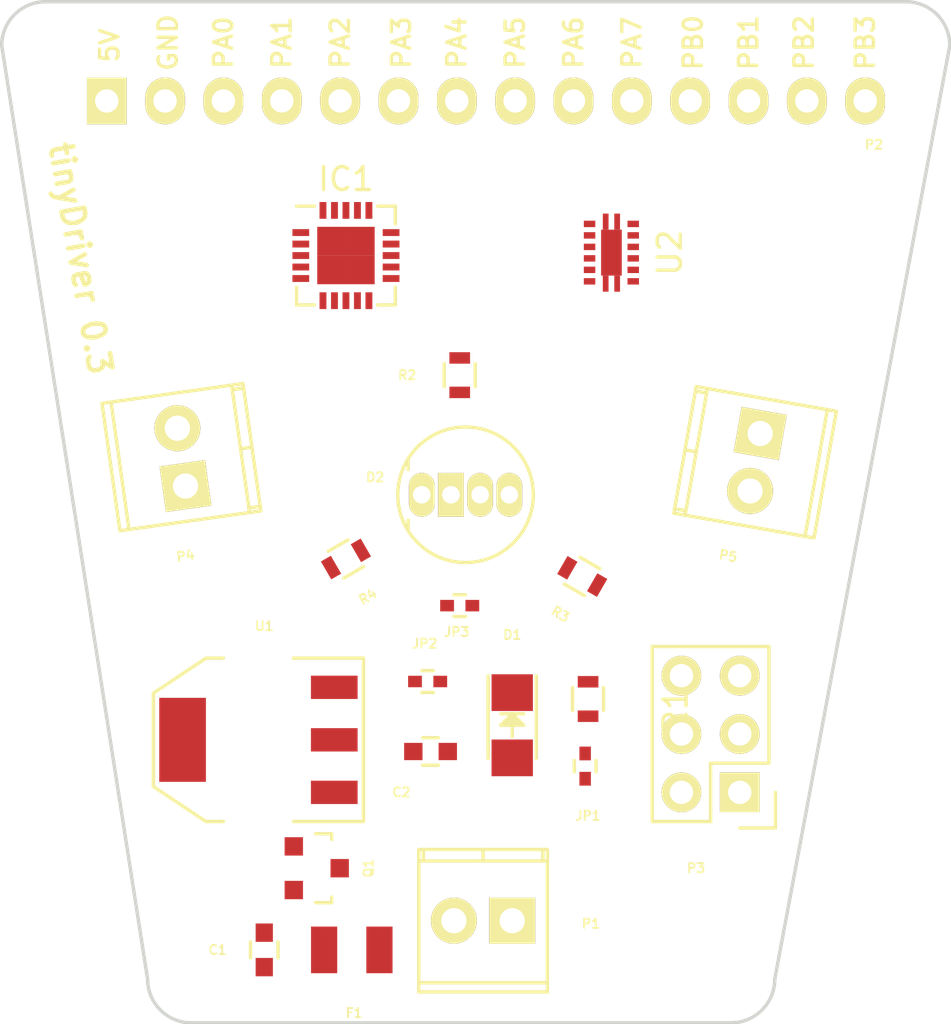
<source format=kicad_pcb>
(kicad_pcb (version 4) (host pcbnew 4.0.1-stable)

  (general
    (links 56)
    (no_connects 56)
    (area 122.479999 64.694999 163.905001 109.295001)
    (thickness 1.6)
    (drawings 23)
    (tracks 0)
    (zones 0)
    (modules 21)
    (nets 29)
  )

  (page A4)
  (layers
    (0 F.Cu signal)
    (31 B.Cu signal)
    (32 B.Adhes user)
    (33 F.Adhes user)
    (34 B.Paste user)
    (35 F.Paste user)
    (36 B.SilkS user)
    (37 F.SilkS user)
    (38 B.Mask user)
    (39 F.Mask user)
    (40 Dwgs.User user)
    (41 Cmts.User user)
    (42 Eco1.User user)
    (43 Eco2.User user)
    (44 Edge.Cuts user)
    (45 Margin user)
    (46 B.CrtYd user)
    (47 F.CrtYd user)
    (48 B.Fab user)
    (49 F.Fab user)
  )

  (setup
    (last_trace_width 0.25)
    (trace_clearance 0.2)
    (zone_clearance 0.508)
    (zone_45_only no)
    (trace_min 0.2)
    (segment_width 0.2)
    (edge_width 0.15)
    (via_size 0.6)
    (via_drill 0.4)
    (via_min_size 0.4)
    (via_min_drill 0.3)
    (uvia_size 0.3)
    (uvia_drill 0.1)
    (uvias_allowed no)
    (uvia_min_size 0.2)
    (uvia_min_drill 0.1)
    (pcb_text_width 0.3)
    (pcb_text_size 1.5 1.5)
    (mod_edge_width 0.15)
    (mod_text_size 1 1)
    (mod_text_width 0.15)
    (pad_size 1.524 1.524)
    (pad_drill 0.762)
    (pad_to_mask_clearance 0.2)
    (aux_axis_origin 0 0)
    (visible_elements 7FFFFF7F)
    (pcbplotparams
      (layerselection 0x00030_80000001)
      (usegerberextensions false)
      (excludeedgelayer true)
      (linewidth 0.100000)
      (plotframeref false)
      (viasonmask false)
      (mode 1)
      (useauxorigin false)
      (hpglpennumber 1)
      (hpglpenspeed 20)
      (hpglpendiameter 15)
      (hpglpenoverlay 2)
      (psnegative false)
      (psa4output false)
      (plotreference true)
      (plotvalue true)
      (plotinvisibletext false)
      (padsonsilk false)
      (subtractmaskfromsilk false)
      (outputformat 1)
      (mirror false)
      (drillshape 1)
      (scaleselection 1)
      (outputdirectory ""))
  )

  (net 0 "")
  (net 1 VIN)
  (net 2 GND)
  (net 3 VCC)
  (net 4 "Net-(D1-Pad1)")
  (net 5 "Net-(D2-Pad2)")
  (net 6 RESET)
  (net 7 "Net-(IC1-Pad5)")
  (net 8 MOSI)
  (net 9 MISO)
  (net 10 "Net-(IC1-Pad12)")
  (net 11 "Net-(JP1-Pad1)")
  (net 12 "Net-(JP2-Pad2)")
  (net 13 "Net-(P4-Pad1)")
  (net 14 "Net-(P4-Pad2)")
  (net 15 "Net-(P5-Pad1)")
  (net 16 "Net-(P5-Pad2)")
  (net 17 "Net-(C1-Pad1)")
  (net 18 "Net-(D2-Pad1)")
  (net 19 "Net-(D2-Pad3)")
  (net 20 "Net-(D2-Pad4)")
  (net 21 "Net-(IC1-Pad11)")
  (net 22 "Net-(IC1-Pad3)")
  (net 23 MODE)
  (net 24 PH2)
  (net 25 PH1)
  (net 26 "Net-(IC1-Pad4)")
  (net 27 "Net-(IC1-Pad14)")
  (net 28 "Net-(F1-Pad2)")

  (net_class Default "This is the default net class."
    (clearance 0.2)
    (trace_width 0.25)
    (via_dia 0.6)
    (via_drill 0.4)
    (uvia_dia 0.3)
    (uvia_drill 0.1)
    (add_net GND)
    (add_net MISO)
    (add_net MODE)
    (add_net MOSI)
    (add_net "Net-(C1-Pad1)")
    (add_net "Net-(D1-Pad1)")
    (add_net "Net-(D2-Pad1)")
    (add_net "Net-(D2-Pad2)")
    (add_net "Net-(D2-Pad3)")
    (add_net "Net-(D2-Pad4)")
    (add_net "Net-(F1-Pad2)")
    (add_net "Net-(IC1-Pad11)")
    (add_net "Net-(IC1-Pad12)")
    (add_net "Net-(IC1-Pad14)")
    (add_net "Net-(IC1-Pad3)")
    (add_net "Net-(IC1-Pad4)")
    (add_net "Net-(IC1-Pad5)")
    (add_net "Net-(JP1-Pad1)")
    (add_net "Net-(JP2-Pad2)")
    (add_net "Net-(P4-Pad1)")
    (add_net "Net-(P4-Pad2)")
    (add_net "Net-(P5-Pad1)")
    (add_net "Net-(P5-Pad2)")
    (add_net PH1)
    (add_net PH2)
    (add_net RESET)
    (add_net VCC)
    (add_net VIN)
  )

  (module Capacitors_SMD:C_0402 (layer F.Cu) (tedit 56DE7F20) (tstamp 56DBF77A)
    (at 147.955 98.044 270)
    (descr "Capacitor SMD 0402, reflow soldering, AVX (see smccp.pdf)")
    (tags "capacitor 0402")
    (path /56DBBF78)
    (attr smd)
    (fp_text reference JP1 (at 2.159 -0.127 360) (layer F.SilkS)
      (effects (font (size 0.4 0.4) (thickness 0.08)))
    )
    (fp_text value JUMPER (at 0 1.7 270) (layer F.Fab) hide
      (effects (font (size 1 1) (thickness 0.15)))
    )
    (fp_line (start -1.15 -0.6) (end 1.15 -0.6) (layer F.CrtYd) (width 0.05))
    (fp_line (start -1.15 0.6) (end 1.15 0.6) (layer F.CrtYd) (width 0.05))
    (fp_line (start -1.15 -0.6) (end -1.15 0.6) (layer F.CrtYd) (width 0.05))
    (fp_line (start 1.15 -0.6) (end 1.15 0.6) (layer F.CrtYd) (width 0.05))
    (fp_line (start 0.25 -0.475) (end -0.25 -0.475) (layer F.SilkS) (width 0.15))
    (fp_line (start -0.25 0.475) (end 0.25 0.475) (layer F.SilkS) (width 0.15))
    (pad 1 smd rect (at -0.55 0 270) (size 0.6 0.5) (layers F.Cu F.Paste F.Mask)
      (net 11 "Net-(JP1-Pad1)"))
    (pad 2 smd rect (at 0.55 0 270) (size 0.6 0.5) (layers F.Cu F.Paste F.Mask)
      (net 2 GND))
    (model Capacitors_SMD.3dshapes/C_0402.wrl
      (at (xyz 0 0 0))
      (scale (xyz 1 1 1))
      (rotate (xyz 0 0 0))
    )
  )

  (module Pin_Headers:Pin_Header_Straight_2x03 (layer F.Cu) (tedit 56DE7F12) (tstamp 56DBF7A0)
    (at 154.686 99.187 180)
    (descr "Through hole pin header")
    (tags "pin header")
    (path /56DBB664)
    (fp_text reference P3 (at 1.905 -3.302 180) (layer F.SilkS)
      (effects (font (size 0.4 0.4) (thickness 0.08)))
    )
    (fp_text value ICSP (at 0 -3.1 180) (layer F.Fab) hide
      (effects (font (size 1 1) (thickness 0.15)))
    )
    (fp_line (start -1.27 1.27) (end -1.27 6.35) (layer F.SilkS) (width 0.15))
    (fp_line (start -1.55 -1.55) (end 0 -1.55) (layer F.SilkS) (width 0.15))
    (fp_line (start -1.75 -1.75) (end -1.75 6.85) (layer F.CrtYd) (width 0.05))
    (fp_line (start 4.3 -1.75) (end 4.3 6.85) (layer F.CrtYd) (width 0.05))
    (fp_line (start -1.75 -1.75) (end 4.3 -1.75) (layer F.CrtYd) (width 0.05))
    (fp_line (start -1.75 6.85) (end 4.3 6.85) (layer F.CrtYd) (width 0.05))
    (fp_line (start 1.27 -1.27) (end 1.27 1.27) (layer F.SilkS) (width 0.15))
    (fp_line (start 1.27 1.27) (end -1.27 1.27) (layer F.SilkS) (width 0.15))
    (fp_line (start -1.27 6.35) (end 3.81 6.35) (layer F.SilkS) (width 0.15))
    (fp_line (start 3.81 6.35) (end 3.81 1.27) (layer F.SilkS) (width 0.15))
    (fp_line (start -1.55 -1.55) (end -1.55 0) (layer F.SilkS) (width 0.15))
    (fp_line (start 3.81 -1.27) (end 1.27 -1.27) (layer F.SilkS) (width 0.15))
    (fp_line (start 3.81 1.27) (end 3.81 -1.27) (layer F.SilkS) (width 0.15))
    (pad 1 thru_hole rect (at 0 0 180) (size 1.7272 1.7272) (drill 1.016) (layers *.Cu *.Mask F.SilkS)
      (net 9 MISO))
    (pad 2 thru_hole oval (at 2.54 0 180) (size 1.7272 1.7272) (drill 1.016) (layers *.Cu *.Mask F.SilkS)
      (net 3 VCC))
    (pad 3 thru_hole oval (at 0 2.54 180) (size 1.7272 1.7272) (drill 1.016) (layers *.Cu *.Mask F.SilkS)
      (net 24 PH2))
    (pad 4 thru_hole oval (at 2.54 2.54 180) (size 1.7272 1.7272) (drill 1.016) (layers *.Cu *.Mask F.SilkS)
      (net 8 MOSI))
    (pad 5 thru_hole oval (at 0 5.08 180) (size 1.7272 1.7272) (drill 1.016) (layers *.Cu *.Mask F.SilkS)
      (net 6 RESET))
    (pad 6 thru_hole oval (at 2.54 5.08 180) (size 1.7272 1.7272) (drill 1.016) (layers *.Cu *.Mask F.SilkS)
      (net 2 GND))
    (model Pin_Headers.3dshapes/Pin_Header_Straight_2x03.wrl
      (at (xyz 0.05 -0.1 0))
      (scale (xyz 1 1 1))
      (rotate (xyz 0 0 90))
    )
  )

  (module Capacitors_SMD:C_0603 (layer F.Cu) (tedit 56DE7ED6) (tstamp 56DCF72E)
    (at 133.985 106.045 90)
    (descr "Capacitor SMD 0603, reflow soldering, AVX (see smccp.pdf)")
    (tags "capacitor 0603")
    (path /56DC0BCC)
    (attr smd)
    (fp_text reference C1 (at 0 -2.032 180) (layer F.SilkS)
      (effects (font (size 0.4 0.4) (thickness 0.08)))
    )
    (fp_text value 0.1uF (at 0 1.9 90) (layer F.Fab) hide
      (effects (font (size 1 1) (thickness 0.15)))
    )
    (fp_line (start -1.45 -0.75) (end 1.45 -0.75) (layer F.CrtYd) (width 0.05))
    (fp_line (start -1.45 0.75) (end 1.45 0.75) (layer F.CrtYd) (width 0.05))
    (fp_line (start -1.45 -0.75) (end -1.45 0.75) (layer F.CrtYd) (width 0.05))
    (fp_line (start 1.45 -0.75) (end 1.45 0.75) (layer F.CrtYd) (width 0.05))
    (fp_line (start -0.35 -0.6) (end 0.35 -0.6) (layer F.SilkS) (width 0.15))
    (fp_line (start 0.35 0.6) (end -0.35 0.6) (layer F.SilkS) (width 0.15))
    (pad 1 smd rect (at -0.75 0 90) (size 0.8 0.75) (layers F.Cu F.Paste F.Mask)
      (net 17 "Net-(C1-Pad1)"))
    (pad 2 smd rect (at 0.75 0 90) (size 0.8 0.75) (layers F.Cu F.Paste F.Mask)
      (net 2 GND))
    (model Capacitors_SMD.3dshapes/C_0603.wrl
      (at (xyz 0 0 0))
      (scale (xyz 1 1 1))
      (rotate (xyz 0 0 0))
    )
  )

  (module Capacitors_SMD:C_0603 (layer F.Cu) (tedit 56DE7F3C) (tstamp 56DCF733)
    (at 141.224 97.409)
    (descr "Capacitor SMD 0603, reflow soldering, AVX (see smccp.pdf)")
    (tags "capacitor 0603")
    (path /56DC0D30)
    (attr smd)
    (fp_text reference C2 (at -1.27 1.778) (layer F.SilkS)
      (effects (font (size 0.4 0.4) (thickness 0.08)))
    )
    (fp_text value 10uF (at 0 1.9) (layer F.Fab) hide
      (effects (font (size 1 1) (thickness 0.15)))
    )
    (fp_line (start -1.45 -0.75) (end 1.45 -0.75) (layer F.CrtYd) (width 0.05))
    (fp_line (start -1.45 0.75) (end 1.45 0.75) (layer F.CrtYd) (width 0.05))
    (fp_line (start -1.45 -0.75) (end -1.45 0.75) (layer F.CrtYd) (width 0.05))
    (fp_line (start 1.45 -0.75) (end 1.45 0.75) (layer F.CrtYd) (width 0.05))
    (fp_line (start -0.35 -0.6) (end 0.35 -0.6) (layer F.SilkS) (width 0.15))
    (fp_line (start 0.35 0.6) (end -0.35 0.6) (layer F.SilkS) (width 0.15))
    (pad 1 smd rect (at -0.75 0) (size 0.8 0.75) (layers F.Cu F.Paste F.Mask)
      (net 3 VCC))
    (pad 2 smd rect (at 0.75 0) (size 0.8 0.75) (layers F.Cu F.Paste F.Mask)
      (net 2 GND))
    (model Capacitors_SMD.3dshapes/C_0603.wrl
      (at (xyz 0 0 0))
      (scale (xyz 1 1 1))
      (rotate (xyz 0 0 0))
    )
  )

  (module LEDs:LED_1206 (layer F.Cu) (tedit 56DE7F2E) (tstamp 56DCF738)
    (at 144.78 96.266 270)
    (descr "LED 1206 smd package")
    (tags "LED1206 SMD")
    (path /56DB9182)
    (attr smd)
    (fp_text reference D1 (at -3.937 0 360) (layer F.SilkS)
      (effects (font (size 0.4 0.4) (thickness 0.08)))
    )
    (fp_text value "RED LED" (at 0 2 270) (layer F.Fab) hide
      (effects (font (size 1 1) (thickness 0.15)))
    )
    (fp_line (start -2.15 1.05) (end 1.45 1.05) (layer F.SilkS) (width 0.15))
    (fp_line (start -2.15 -1.05) (end 1.45 -1.05) (layer F.SilkS) (width 0.15))
    (fp_line (start -0.1 -0.3) (end -0.1 0.3) (layer F.SilkS) (width 0.15))
    (fp_line (start -0.1 0.3) (end -0.4 0) (layer F.SilkS) (width 0.15))
    (fp_line (start -0.4 0) (end -0.2 -0.2) (layer F.SilkS) (width 0.15))
    (fp_line (start -0.2 -0.2) (end -0.2 0.05) (layer F.SilkS) (width 0.15))
    (fp_line (start -0.2 0.05) (end -0.25 0) (layer F.SilkS) (width 0.15))
    (fp_line (start -0.5 -0.5) (end -0.5 0.5) (layer F.SilkS) (width 0.15))
    (fp_line (start 0 0) (end 0.5 0) (layer F.SilkS) (width 0.15))
    (fp_line (start -0.5 0) (end 0 -0.5) (layer F.SilkS) (width 0.15))
    (fp_line (start 0 -0.5) (end 0 0.5) (layer F.SilkS) (width 0.15))
    (fp_line (start 0 0.5) (end -0.5 0) (layer F.SilkS) (width 0.15))
    (fp_line (start 2.5 -1.25) (end -2.5 -1.25) (layer F.CrtYd) (width 0.05))
    (fp_line (start -2.5 -1.25) (end -2.5 1.25) (layer F.CrtYd) (width 0.05))
    (fp_line (start -2.5 1.25) (end 2.5 1.25) (layer F.CrtYd) (width 0.05))
    (fp_line (start 2.5 1.25) (end 2.5 -1.25) (layer F.CrtYd) (width 0.05))
    (pad 2 smd rect (at 1.41986 0 90) (size 1.59766 1.80086) (layers F.Cu F.Paste F.Mask)
      (net 3 VCC))
    (pad 1 smd rect (at -1.41986 0 90) (size 1.59766 1.80086) (layers F.Cu F.Paste F.Mask)
      (net 4 "Net-(D1-Pad1)"))
    (model LEDs.3dshapes/LED_1206.wrl
      (at (xyz 0 0 0))
      (scale (xyz 1 1 1))
      (rotate (xyz 0 0 180))
    )
  )

  (module Resistors_SMD:R_0603 (layer F.Cu) (tedit 56DE661D) (tstamp 56DCF758)
    (at 148.082 95.123 270)
    (descr "Resistor SMD 0603, reflow soldering, Vishay (see dcrcw.pdf)")
    (tags "resistor 0603")
    (path /56DBBA68)
    (attr smd)
    (fp_text reference R1 (at 0.508 -3.81 270) (layer F.SilkS)
      (effects (font (size 1 1) (thickness 0.15)))
    )
    (fp_text value 330 (at 0 1.9 270) (layer F.Fab) hide
      (effects (font (size 1 1) (thickness 0.15)))
    )
    (fp_line (start -1.3 -0.8) (end 1.3 -0.8) (layer F.CrtYd) (width 0.05))
    (fp_line (start -1.3 0.8) (end 1.3 0.8) (layer F.CrtYd) (width 0.05))
    (fp_line (start -1.3 -0.8) (end -1.3 0.8) (layer F.CrtYd) (width 0.05))
    (fp_line (start 1.3 -0.8) (end 1.3 0.8) (layer F.CrtYd) (width 0.05))
    (fp_line (start 0.5 0.675) (end -0.5 0.675) (layer F.SilkS) (width 0.15))
    (fp_line (start -0.5 -0.675) (end 0.5 -0.675) (layer F.SilkS) (width 0.15))
    (pad 1 smd rect (at -0.75 0 270) (size 0.5 0.9) (layers F.Cu F.Paste F.Mask)
      (net 4 "Net-(D1-Pad1)"))
    (pad 2 smd rect (at 0.75 0 270) (size 0.5 0.9) (layers F.Cu F.Paste F.Mask)
      (net 11 "Net-(JP1-Pad1)"))
    (model Resistors_SMD.3dshapes/R_0603.wrl
      (at (xyz 0 0 0))
      (scale (xyz 1 1 1))
      (rotate (xyz 0 0 0))
    )
  )

  (module Resistors_SMD:R_0603 (layer F.Cu) (tedit 56DE6CC3) (tstamp 56DCF75D)
    (at 142.494 81.026 90)
    (descr "Resistor SMD 0603, reflow soldering, Vishay (see dcrcw.pdf)")
    (tags "resistor 0603")
    (path /56DBB6F7)
    (attr smd)
    (fp_text reference R2 (at 0 -2.286 180) (layer F.SilkS)
      (effects (font (size 0.4 0.4) (thickness 0.08)))
    )
    (fp_text value 200 (at 0 1.9 90) (layer F.Fab) hide
      (effects (font (size 1 1) (thickness 0.15)))
    )
    (fp_line (start -1.3 -0.8) (end 1.3 -0.8) (layer F.CrtYd) (width 0.05))
    (fp_line (start -1.3 0.8) (end 1.3 0.8) (layer F.CrtYd) (width 0.05))
    (fp_line (start -1.3 -0.8) (end -1.3 0.8) (layer F.CrtYd) (width 0.05))
    (fp_line (start 1.3 -0.8) (end 1.3 0.8) (layer F.CrtYd) (width 0.05))
    (fp_line (start 0.5 0.675) (end -0.5 0.675) (layer F.SilkS) (width 0.15))
    (fp_line (start -0.5 -0.675) (end 0.5 -0.675) (layer F.SilkS) (width 0.15))
    (pad 1 smd rect (at -0.75 0 90) (size 0.5 0.9) (layers F.Cu F.Paste F.Mask)
      (net 19 "Net-(D2-Pad3)"))
    (pad 2 smd rect (at 0.75 0 90) (size 0.5 0.9) (layers F.Cu F.Paste F.Mask)
      (net 26 "Net-(IC1-Pad4)"))
    (model Resistors_SMD.3dshapes/R_0603.wrl
      (at (xyz 0 0 0))
      (scale (xyz 1 1 1))
      (rotate (xyz 0 0 0))
    )
  )

  (module Resistors_SMD:R_0603 (layer F.Cu) (tedit 56DE6CCF) (tstamp 56DCF762)
    (at 147.828 89.789 150)
    (descr "Resistor SMD 0603, reflow soldering, Vishay (see dcrcw.pdf)")
    (tags "resistor 0603")
    (path /56DBB72A)
    (attr smd)
    (fp_text reference R3 (at 0 -1.9 150) (layer F.SilkS)
      (effects (font (size 0.4 0.4) (thickness 0.08)))
    )
    (fp_text value 100 (at 0 1.9 150) (layer F.Fab) hide
      (effects (font (size 1 1) (thickness 0.15)))
    )
    (fp_line (start -1.3 -0.8) (end 1.3 -0.8) (layer F.CrtYd) (width 0.05))
    (fp_line (start -1.3 0.8) (end 1.3 0.8) (layer F.CrtYd) (width 0.05))
    (fp_line (start -1.3 -0.8) (end -1.3 0.8) (layer F.CrtYd) (width 0.05))
    (fp_line (start 1.3 -0.8) (end 1.3 0.8) (layer F.CrtYd) (width 0.05))
    (fp_line (start 0.5 0.675) (end -0.5 0.675) (layer F.SilkS) (width 0.15))
    (fp_line (start -0.5 -0.675) (end 0.5 -0.675) (layer F.SilkS) (width 0.15))
    (pad 1 smd rect (at -0.75 0 150) (size 0.5 0.9) (layers F.Cu F.Paste F.Mask)
      (net 20 "Net-(D2-Pad4)"))
    (pad 2 smd rect (at 0.75 0 150) (size 0.5 0.9) (layers F.Cu F.Paste F.Mask)
      (net 7 "Net-(IC1-Pad5)"))
    (model Resistors_SMD.3dshapes/R_0603.wrl
      (at (xyz 0 0 0))
      (scale (xyz 1 1 1))
      (rotate (xyz 0 0 0))
    )
  )

  (module tinybot:SOT-223 (layer F.Cu) (tedit 56DE7EE3) (tstamp 56DCF767)
    (at 133.731 96.901 90)
    (descr "module CMS SOT223 4 pins")
    (tags "CMS SOT")
    (path /56DBB8AC)
    (attr smd)
    (fp_text reference U1 (at 4.953 0.254 180) (layer F.SilkS)
      (effects (font (size 0.4 0.4) (thickness 0.08)))
    )
    (fp_text value LD1117S33TR (at 0.254 0.508 90) (layer F.Fab) hide
      (effects (font (size 1 1) (thickness 0.15)))
    )
    (fp_line (start -3.556 1.524) (end -3.556 4.572) (layer F.SilkS) (width 0.15))
    (fp_line (start -3.556 4.572) (end 3.556 4.572) (layer F.SilkS) (width 0.15))
    (fp_line (start 3.556 4.572) (end 3.556 1.524) (layer F.SilkS) (width 0.15))
    (fp_line (start -3.556 -1.524) (end -3.556 -2.286) (layer F.SilkS) (width 0.15))
    (fp_line (start -3.556 -2.286) (end -2.032 -4.572) (layer F.SilkS) (width 0.15))
    (fp_line (start -2.032 -4.572) (end 2.032 -4.572) (layer F.SilkS) (width 0.15))
    (fp_line (start 2.032 -4.572) (end 3.556 -2.286) (layer F.SilkS) (width 0.15))
    (fp_line (start 3.556 -2.286) (end 3.556 -1.524) (layer F.SilkS) (width 0.15))
    (pad 4 smd rect (at 0 -3.302 90) (size 3.6576 2.032) (layers F.Cu F.Paste F.Mask))
    (pad 2 smd rect (at 0 3.302 90) (size 1.016 2.032) (layers F.Cu F.Paste F.Mask)
      (net 3 VCC))
    (pad 3 smd rect (at 2.286 3.302 90) (size 1.016 2.032) (layers F.Cu F.Paste F.Mask)
      (net 17 "Net-(C1-Pad1)"))
    (pad 1 smd rect (at -2.286 3.302 90) (size 1.016 2.032) (layers F.Cu F.Paste F.Mask)
      (net 2 GND))
    (model TO_SOT_Packages_SMD.3dshapes/SOT-223.wrl
      (at (xyz 0 0 0))
      (scale (xyz 0.4 0.4 0.4))
      (rotate (xyz 0 0 0))
    )
  )

  (module Terminal_Blocks:TerminalBlock_Pheonix_MPT-2.54mm_2pol (layer F.Cu) (tedit 56DE7EF6) (tstamp 56DCF875)
    (at 130.556 85.852 98)
    (descr "2-way 2.54mm pitch terminal block, Phoenix MPT series")
    (path /56DBF2EA)
    (fp_text reference P4 (at -3.018337 -0.4242 368) (layer F.SilkS)
      (effects (font (size 0.4 0.4) (thickness 0.08)))
    )
    (fp_text value M1 (at 1.27 4.50088 98) (layer F.Fab) hide
      (effects (font (size 1 1) (thickness 0.15)))
    )
    (fp_line (start -1.7 -3.3) (end 4.3 -3.3) (layer F.CrtYd) (width 0.05))
    (fp_line (start -1.7 3.3) (end -1.7 -3.3) (layer F.CrtYd) (width 0.05))
    (fp_line (start 4.3 3.3) (end -1.7 3.3) (layer F.CrtYd) (width 0.05))
    (fp_line (start 4.3 -3.3) (end 4.3 3.3) (layer F.CrtYd) (width 0.05))
    (fp_line (start 4.06908 2.60096) (end -1.52908 2.60096) (layer F.SilkS) (width 0.15))
    (fp_line (start -1.33096 3.0988) (end -1.33096 2.60096) (layer F.SilkS) (width 0.15))
    (fp_line (start 3.87096 2.60096) (end 3.87096 3.0988) (layer F.SilkS) (width 0.15))
    (fp_line (start 1.27 3.0988) (end 1.27 2.60096) (layer F.SilkS) (width 0.15))
    (fp_line (start -1.52908 -2.70002) (end 4.06908 -2.70002) (layer F.SilkS) (width 0.15))
    (fp_line (start -1.52908 3.0988) (end 4.06908 3.0988) (layer F.SilkS) (width 0.15))
    (fp_line (start 4.06908 3.0988) (end 4.06908 -3.0988) (layer F.SilkS) (width 0.15))
    (fp_line (start 4.06908 -3.0988) (end -1.52908 -3.0988) (layer F.SilkS) (width 0.15))
    (fp_line (start -1.52908 -3.0988) (end -1.52908 3.0988) (layer F.SilkS) (width 0.15))
    (pad 2 thru_hole oval (at 2.54 0 98) (size 1.99898 1.99898) (drill 1.09728) (layers *.Cu *.Mask F.SilkS)
      (net 14 "Net-(P4-Pad2)"))
    (pad 1 thru_hole rect (at 0 0 98) (size 1.99898 1.99898) (drill 1.09728) (layers *.Cu *.Mask F.SilkS)
      (net 13 "Net-(P4-Pad1)"))
    (model Terminal_Blocks.3dshapes/TerminalBlock_Pheonix_MPT-2.54mm_2pol.wrl
      (at (xyz 0.05 0 0))
      (scale (xyz 1 1 1))
      (rotate (xyz 0 0 0))
    )
  )

  (module Terminal_Blocks:TerminalBlock_Pheonix_MPT-2.54mm_2pol (layer F.Cu) (tedit 56DE7F01) (tstamp 56DCF87A)
    (at 155.575 83.566 260)
    (descr "2-way 2.54mm pitch terminal block, Phoenix MPT series")
    (path /56DBF569)
    (fp_text reference P5 (at 5.495551 0.449537 350) (layer F.SilkS)
      (effects (font (size 0.4 0.4) (thickness 0.08)))
    )
    (fp_text value M2 (at 1.27 4.50088 260) (layer F.Fab) hide
      (effects (font (size 1 1) (thickness 0.15)))
    )
    (fp_line (start -1.7 -3.3) (end 4.3 -3.3) (layer F.CrtYd) (width 0.05))
    (fp_line (start -1.7 3.3) (end -1.7 -3.3) (layer F.CrtYd) (width 0.05))
    (fp_line (start 4.3 3.3) (end -1.7 3.3) (layer F.CrtYd) (width 0.05))
    (fp_line (start 4.3 -3.3) (end 4.3 3.3) (layer F.CrtYd) (width 0.05))
    (fp_line (start 4.06908 2.60096) (end -1.52908 2.60096) (layer F.SilkS) (width 0.15))
    (fp_line (start -1.33096 3.0988) (end -1.33096 2.60096) (layer F.SilkS) (width 0.15))
    (fp_line (start 3.87096 2.60096) (end 3.87096 3.0988) (layer F.SilkS) (width 0.15))
    (fp_line (start 1.27 3.0988) (end 1.27 2.60096) (layer F.SilkS) (width 0.15))
    (fp_line (start -1.52908 -2.70002) (end 4.06908 -2.70002) (layer F.SilkS) (width 0.15))
    (fp_line (start -1.52908 3.0988) (end 4.06908 3.0988) (layer F.SilkS) (width 0.15))
    (fp_line (start 4.06908 3.0988) (end 4.06908 -3.0988) (layer F.SilkS) (width 0.15))
    (fp_line (start 4.06908 -3.0988) (end -1.52908 -3.0988) (layer F.SilkS) (width 0.15))
    (fp_line (start -1.52908 -3.0988) (end -1.52908 3.0988) (layer F.SilkS) (width 0.15))
    (pad 2 thru_hole oval (at 2.54 0 260) (size 1.99898 1.99898) (drill 1.09728) (layers *.Cu *.Mask F.SilkS)
      (net 16 "Net-(P5-Pad2)"))
    (pad 1 thru_hole rect (at 0 0 260) (size 1.99898 1.99898) (drill 1.09728) (layers *.Cu *.Mask F.SilkS)
      (net 15 "Net-(P5-Pad1)"))
    (model Terminal_Blocks.3dshapes/TerminalBlock_Pheonix_MPT-2.54mm_2pol.wrl
      (at (xyz 0.05 0 0))
      (scale (xyz 1 1 1))
      (rotate (xyz 0 0 0))
    )
  )

  (module Terminal_Blocks:TerminalBlock_Pheonix_MPT-2.54mm_2pol (layer F.Cu) (tedit 56DE7F58) (tstamp 56DD5224)
    (at 144.78 104.775 180)
    (descr "2-way 2.54mm pitch terminal block, Phoenix MPT series")
    (path /56DBB972)
    (fp_text reference P1 (at -3.429 -0.127 180) (layer F.SilkS)
      (effects (font (size 0.4 0.4) (thickness 0.08)))
    )
    (fp_text value PWR (at 1.27 4.50088 180) (layer F.Fab) hide
      (effects (font (size 1 1) (thickness 0.15)))
    )
    (fp_line (start -1.7 -3.3) (end 4.3 -3.3) (layer F.CrtYd) (width 0.05))
    (fp_line (start -1.7 3.3) (end -1.7 -3.3) (layer F.CrtYd) (width 0.05))
    (fp_line (start 4.3 3.3) (end -1.7 3.3) (layer F.CrtYd) (width 0.05))
    (fp_line (start 4.3 -3.3) (end 4.3 3.3) (layer F.CrtYd) (width 0.05))
    (fp_line (start 4.06908 2.60096) (end -1.52908 2.60096) (layer F.SilkS) (width 0.15))
    (fp_line (start -1.33096 3.0988) (end -1.33096 2.60096) (layer F.SilkS) (width 0.15))
    (fp_line (start 3.87096 2.60096) (end 3.87096 3.0988) (layer F.SilkS) (width 0.15))
    (fp_line (start 1.27 3.0988) (end 1.27 2.60096) (layer F.SilkS) (width 0.15))
    (fp_line (start -1.52908 -2.70002) (end 4.06908 -2.70002) (layer F.SilkS) (width 0.15))
    (fp_line (start -1.52908 3.0988) (end 4.06908 3.0988) (layer F.SilkS) (width 0.15))
    (fp_line (start 4.06908 3.0988) (end 4.06908 -3.0988) (layer F.SilkS) (width 0.15))
    (fp_line (start 4.06908 -3.0988) (end -1.52908 -3.0988) (layer F.SilkS) (width 0.15))
    (fp_line (start -1.52908 -3.0988) (end -1.52908 3.0988) (layer F.SilkS) (width 0.15))
    (pad 2 thru_hole oval (at 2.54 0 180) (size 1.99898 1.99898) (drill 1.09728) (layers *.Cu *.Mask F.SilkS)
      (net 1 VIN))
    (pad 1 thru_hole rect (at 0 0 180) (size 1.99898 1.99898) (drill 1.09728) (layers *.Cu *.Mask F.SilkS)
      (net 2 GND))
    (model Terminal_Blocks.3dshapes/TerminalBlock_Pheonix_MPT-2.54mm_2pol.wrl
      (at (xyz 0.05 0 0))
      (scale (xyz 1 1 1))
      (rotate (xyz 0 0 0))
    )
  )

  (module LEDs:LED-RGB-5MM_Common_Cathode (layer F.Cu) (tedit 56DE6CB6) (tstamp 56DE5268)
    (at 140.843 86.233 90)
    (descr "5mm common cathode RGB LED")
    (tags "RGB LED 5mm Common Cathode")
    (path /56DD7EEB)
    (fp_text reference D2 (at 0.762 -2.032 180) (layer F.SilkS)
      (effects (font (size 0.4 0.4) (thickness 0.08)))
    )
    (fp_text value LED_RCBG (at 0 6.25 90) (layer F.Fab) hide
      (effects (font (size 1 1) (thickness 0.15)))
    )
    (fp_circle (center 0 1.905) (end 3.2 1.905) (layer F.CrtYd) (width 0.05))
    (fp_line (start -1.1 -0.595) (end -1.55 -0.595) (layer F.SilkS) (width 0.15))
    (fp_circle (center 0 1.905) (end 2.95 1.905) (layer F.SilkS) (width 0.15))
    (fp_line (start 1.1 -0.595) (end 1.55 -0.595) (layer F.SilkS) (width 0.15))
    (pad 1 thru_hole oval (at 0 0 90) (size 1.905 1.1176) (drill 0.762) (layers *.Cu *.Mask F.SilkS)
      (net 18 "Net-(D2-Pad1)"))
    (pad 2 thru_hole rect (at 0 1.27 90) (size 1.905 1.1176) (drill 0.762) (layers *.Cu *.Mask F.SilkS)
      (net 5 "Net-(D2-Pad2)"))
    (pad 3 thru_hole oval (at 0 2.54 90) (size 1.905 1.1176) (drill 0.762) (layers *.Cu *.Mask F.SilkS)
      (net 19 "Net-(D2-Pad3)"))
    (pad 4 thru_hole oval (at 0 3.81 90) (size 1.905 1.1176) (drill 0.762) (layers *.Cu *.Mask F.SilkS)
      (net 20 "Net-(D2-Pad4)"))
  )

  (module Fuse_Holders_and_Fuses:Fuse_SMD1206_Reflow (layer F.Cu) (tedit 56DE7EC9) (tstamp 56DE5274)
    (at 137.795 106.045 180)
    (descr "Fuse, Sicherung, SMD1206, Littlefuse-Wickmann, Reflow,")
    (tags "Fuse, Sicherung, SMD1206,  Littlefuse-Wickmann, Reflow,")
    (path /56DD8044)
    (attr smd)
    (fp_text reference F1 (at -0.09906 -2.75082 180) (layer F.SilkS)
      (effects (font (size 0.4 0.4) (thickness 0.08)))
    )
    (fp_text value FUSE (at -0.44958 3.2004 180) (layer F.Fab) hide
      (effects (font (size 1 1) (thickness 0.15)))
    )
    (pad 1 smd rect (at -1.20396 0 270) (size 2.02946 1.14046) (layers F.Cu F.Paste F.Mask)
      (net 1 VIN))
    (pad 2 smd rect (at 1.20396 0 270) (size 2.02946 1.14046) (layers F.Cu F.Paste F.Mask)
      (net 28 "Net-(F1-Pad2)"))
  )

  (module Resistors_SMD:R_0603 (layer F.Cu) (tedit 56DE6CD7) (tstamp 56DE5288)
    (at 137.541 89.027 210)
    (descr "Resistor SMD 0603, reflow soldering, Vishay (see dcrcw.pdf)")
    (tags "resistor 0603")
    (path /56DD91F9)
    (attr smd)
    (fp_text reference R4 (at 0 -1.9 210) (layer F.SilkS)
      (effects (font (size 0.4 0.4) (thickness 0.08)))
    )
    (fp_text value 100 (at 0 1.9 210) (layer F.Fab) hide
      (effects (font (size 1 1) (thickness 0.15)))
    )
    (fp_line (start -1.3 -0.8) (end 1.3 -0.8) (layer F.CrtYd) (width 0.05))
    (fp_line (start -1.3 0.8) (end 1.3 0.8) (layer F.CrtYd) (width 0.05))
    (fp_line (start -1.3 -0.8) (end -1.3 0.8) (layer F.CrtYd) (width 0.05))
    (fp_line (start 1.3 -0.8) (end 1.3 0.8) (layer F.CrtYd) (width 0.05))
    (fp_line (start 0.5 0.675) (end -0.5 0.675) (layer F.SilkS) (width 0.15))
    (fp_line (start -0.5 -0.675) (end 0.5 -0.675) (layer F.SilkS) (width 0.15))
    (pad 1 smd rect (at -0.75 0 210) (size 0.5 0.9) (layers F.Cu F.Paste F.Mask)
      (net 18 "Net-(D2-Pad1)"))
    (pad 2 smd rect (at 0.75 0 210) (size 0.5 0.9) (layers F.Cu F.Paste F.Mask)
      (net 22 "Net-(IC1-Pad3)"))
    (model Resistors_SMD.3dshapes/R_0603.wrl
      (at (xyz 0 0 0))
      (scale (xyz 1 1 1))
      (rotate (xyz 0 0 0))
    )
  )

  (module Capacitors_SMD:C_0402 (layer F.Cu) (tedit 56DE7F47) (tstamp 56DE58E3)
    (at 141.097 94.361 180)
    (descr "Capacitor SMD 0402, reflow soldering, AVX (see smccp.pdf)")
    (tags "capacitor 0402")
    (path /56DBF9E9)
    (attr smd)
    (fp_text reference JP2 (at 0.127 1.651 180) (layer F.SilkS)
      (effects (font (size 0.4 0.4) (thickness 0.08)))
    )
    (fp_text value JUMPER (at 0 1.7 180) (layer F.Fab) hide
      (effects (font (size 1 1) (thickness 0.15)))
    )
    (fp_line (start -1.15 -0.6) (end 1.15 -0.6) (layer F.CrtYd) (width 0.05))
    (fp_line (start -1.15 0.6) (end 1.15 0.6) (layer F.CrtYd) (width 0.05))
    (fp_line (start -1.15 -0.6) (end -1.15 0.6) (layer F.CrtYd) (width 0.05))
    (fp_line (start 1.15 -0.6) (end 1.15 0.6) (layer F.CrtYd) (width 0.05))
    (fp_line (start 0.25 -0.475) (end -0.25 -0.475) (layer F.SilkS) (width 0.15))
    (fp_line (start -0.25 0.475) (end 0.25 0.475) (layer F.SilkS) (width 0.15))
    (pad 1 smd rect (at -0.55 0 180) (size 0.6 0.5) (layers F.Cu F.Paste F.Mask)
      (net 3 VCC))
    (pad 2 smd rect (at 0.55 0 180) (size 0.6 0.5) (layers F.Cu F.Paste F.Mask)
      (net 12 "Net-(JP2-Pad2)"))
    (model Capacitors_SMD.3dshapes/C_0402.wrl
      (at (xyz 0 0 0))
      (scale (xyz 1 1 1))
      (rotate (xyz 0 0 0))
    )
  )

  (module Capacitors_SMD:C_0402 (layer F.Cu) (tedit 56DE6CEA) (tstamp 56DE58ED)
    (at 142.494 91.059)
    (descr "Capacitor SMD 0402, reflow soldering, AVX (see smccp.pdf)")
    (tags "capacitor 0402")
    (path /56DE6039)
    (attr smd)
    (fp_text reference JP3 (at -0.127 1.143) (layer F.SilkS)
      (effects (font (size 0.4 0.4) (thickness 0.08)))
    )
    (fp_text value JUMPER (at 0 1.7) (layer F.Fab) hide
      (effects (font (size 1 1) (thickness 0.15)))
    )
    (fp_line (start -1.15 -0.6) (end 1.15 -0.6) (layer F.CrtYd) (width 0.05))
    (fp_line (start -1.15 0.6) (end 1.15 0.6) (layer F.CrtYd) (width 0.05))
    (fp_line (start -1.15 -0.6) (end -1.15 0.6) (layer F.CrtYd) (width 0.05))
    (fp_line (start 1.15 -0.6) (end 1.15 0.6) (layer F.CrtYd) (width 0.05))
    (fp_line (start 0.25 -0.475) (end -0.25 -0.475) (layer F.SilkS) (width 0.15))
    (fp_line (start -0.25 0.475) (end 0.25 0.475) (layer F.SilkS) (width 0.15))
    (pad 1 smd rect (at -0.55 0) (size 0.6 0.5) (layers F.Cu F.Paste F.Mask)
      (net 5 "Net-(D2-Pad2)"))
    (pad 2 smd rect (at 0.55 0) (size 0.6 0.5) (layers F.Cu F.Paste F.Mask)
      (net 2 GND))
    (model Capacitors_SMD.3dshapes/C_0402.wrl
      (at (xyz 0 0 0))
      (scale (xyz 1 1 1))
      (rotate (xyz 0 0 0))
    )
  )

  (module tinybot:Pin_Header_Straight_1x14 (layer F.Cu) (tedit 56E29FC1) (tstamp 56DE6F9D)
    (at 127.127 69.088 90)
    (descr "Through hole pin header")
    (tags "pin header")
    (path /56DE6C96)
    (fp_text reference P2 (at -1.905 33.401 180) (layer F.SilkS)
      (effects (font (size 0.4 0.4) (thickness 0.08)))
    )
    (fp_text value "Pin Breakout" (at 0 -3.1 90) (layer F.Fab) hide
      (effects (font (size 1 1) (thickness 0.15)))
    )
    (pad 1 thru_hole rect (at 0 0 90) (size 2.032 1.7272) (drill 1.016) (layers *.Cu *.Mask F.SilkS)
      (net 3 VCC))
    (pad 2 thru_hole oval (at 0 2.54 90) (size 2.032 1.7272) (drill 1.016) (layers *.Cu *.Mask F.SilkS)
      (net 2 GND))
    (pad 3 thru_hole oval (at 0 5.08 90) (size 2.032 1.7272) (drill 1.016) (layers *.Cu *.Mask F.SilkS)
      (net 7 "Net-(IC1-Pad5)"))
    (pad 4 thru_hole oval (at 0 7.62 90) (size 2.032 1.7272) (drill 1.016) (layers *.Cu *.Mask F.SilkS)
      (net 26 "Net-(IC1-Pad4)"))
    (pad 5 thru_hole oval (at 0 10.16 90) (size 2.032 1.7272) (drill 1.016) (layers *.Cu *.Mask F.SilkS)
      (net 22 "Net-(IC1-Pad3)"))
    (pad 6 thru_hole oval (at 0 12.7 90) (size 2.032 1.7272) (drill 1.016) (layers *.Cu *.Mask F.SilkS)
      (net 25 PH1))
    (pad 7 thru_hole oval (at 0 15.24 90) (size 2.032 1.7272) (drill 1.016) (layers *.Cu *.Mask F.SilkS)
      (net 24 PH2))
    (pad 8 thru_hole oval (at 0 17.78 90) (size 2.032 1.7272) (drill 1.016) (layers *.Cu *.Mask F.SilkS)
      (net 9 MISO))
    (pad 9 thru_hole oval (at 0 20.32 90) (size 2.032 1.7272) (drill 1.016) (layers *.Cu *.Mask F.SilkS)
      (net 8 MOSI))
    (pad 10 thru_hole oval (at 0 22.86 90) (size 2.032 1.7272) (drill 1.016) (layers *.Cu *.Mask F.SilkS)
      (net 23 MODE))
    (pad 11 thru_hole oval (at 0 25.4 90) (size 2.032 1.7272) (drill 1.016) (layers *.Cu *.Mask F.SilkS)
      (net 21 "Net-(IC1-Pad11)"))
    (pad 12 thru_hole oval (at 0 27.94 90) (size 2.032 1.7272) (drill 1.016) (layers *.Cu *.Mask F.SilkS)
      (net 10 "Net-(IC1-Pad12)"))
    (pad 13 thru_hole oval (at 0 30.48 90) (size 2.032 1.7272) (drill 1.016) (layers *.Cu *.Mask F.SilkS)
      (net 27 "Net-(IC1-Pad14)"))
    (pad 14 thru_hole oval (at 0 33.02 90) (size 2.032 1.7272) (drill 1.016) (layers *.Cu *.Mask F.SilkS)
      (net 6 RESET))
    (model Pin_Headers.3dshapes/Pin_Header_Straight_1x14.wrl
      (at (xyz 0 -0.65 0))
      (scale (xyz 1 1 1))
      (rotate (xyz 0 0 90))
    )
  )

  (module tinybot:DRV8835 (layer F.Cu) (tedit 56E29FAA) (tstamp 56E1549A)
    (at 149.098 75.692 90)
    (path /56E103E7)
    (fp_text reference U2 (at 0 2.54 90) (layer F.SilkS)
      (effects (font (size 1 1) (thickness 0.15)))
    )
    (fp_text value DRV8835 (at 0 -2.54 90) (layer F.Fab) hide
      (effects (font (size 1 1) (thickness 0.15)))
    )
    (pad 0 smd rect (at 0 0 90) (size 2 0.9) (layers F.Cu F.Paste F.Mask))
    (pad 0 smd rect (at 1.35 0.25 90) (size 0.7 0.25) (layers F.Cu F.Paste F.Mask))
    (pad 0 smd rect (at -1.35 0.25 90) (size 0.7 0.25) (layers F.Cu F.Paste F.Mask))
    (pad 0 smd rect (at 1.35 -0.25 90) (size 0.7 0.25) (layers F.Cu F.Paste F.Mask))
    (pad 0 smd rect (at -1.35 -0.25 90) (size 0.7 0.25) (layers F.Cu F.Paste F.Mask))
    (pad 12 smd rect (at -1.25 -0.95 90) (size 0.28 0.5) (layers F.Cu F.Paste F.Mask)
      (net 12 "Net-(JP2-Pad2)"))
    (pad 11 smd rect (at -0.75 -0.95 90) (size 0.28 0.5) (layers F.Cu F.Paste F.Mask)
      (net 23 MODE))
    (pad 10 smd rect (at -0.25 -0.95 90) (size 0.28 0.5) (layers F.Cu F.Paste F.Mask)
      (net 25 PH1))
    (pad 9 smd rect (at 0.25 -0.95 90) (size 0.28 0.5) (layers F.Cu F.Paste F.Mask)
      (net 8 MOSI))
    (pad 8 smd rect (at 0.75 -0.95 90) (size 0.28 0.5) (layers F.Cu F.Paste F.Mask)
      (net 24 PH2))
    (pad 7 smd rect (at 1.25 -0.95 90) (size 0.28 0.5) (layers F.Cu F.Paste F.Mask)
      (net 9 MISO))
    (pad 1 smd rect (at -1.25 0.95 90) (size 0.28 0.5) (layers F.Cu F.Paste F.Mask)
      (net 1 VIN))
    (pad 2 smd rect (at -0.75 0.95 90) (size 0.28 0.5) (layers F.Cu F.Paste F.Mask)
      (net 13 "Net-(P4-Pad1)"))
    (pad 3 smd rect (at -0.25 0.95 90) (size 0.28 0.5) (layers F.Cu F.Paste F.Mask)
      (net 14 "Net-(P4-Pad2)"))
    (pad 4 smd rect (at 0.25 0.95 90) (size 0.28 0.5) (layers F.Cu F.Paste F.Mask)
      (net 15 "Net-(P5-Pad1)"))
    (pad 5 smd rect (at 0.75 0.95 90) (size 0.28 0.5) (layers F.Cu F.Paste F.Mask)
      (net 16 "Net-(P5-Pad2)"))
    (pad 6 smd rect (at 1.25 0.95 90) (size 0.28 0.5) (layers F.Cu F.Paste F.Mask)
      (net 2 GND))
  )

  (module Housings_DFN_QFN:QFN-20-1EP_4x4mm_Pitch0.5mm (layer F.Cu) (tedit 56E29FAD) (tstamp 56E155D7)
    (at 137.541 75.819)
    (descr "20-Lead Plastic Quad Flat, No Lead Package (ML) - 4x4x0.9 mm Body [QFN]; (see Microchip Packaging Specification 00000049BS.pdf)")
    (tags "QFN 0.5")
    (path /56E154DB)
    (attr smd)
    (fp_text reference IC1 (at 0 -3.33) (layer F.SilkS)
      (effects (font (size 1 1) (thickness 0.15)))
    )
    (fp_text value ATTINY84-M (at 0 3.33) (layer F.Fab) hide
      (effects (font (size 1 1) (thickness 0.15)))
    )
    (fp_line (start -2.6 -2.6) (end -2.6 2.6) (layer F.CrtYd) (width 0.05))
    (fp_line (start 2.6 -2.6) (end 2.6 2.6) (layer F.CrtYd) (width 0.05))
    (fp_line (start -2.6 -2.6) (end 2.6 -2.6) (layer F.CrtYd) (width 0.05))
    (fp_line (start -2.6 2.6) (end 2.6 2.6) (layer F.CrtYd) (width 0.05))
    (fp_line (start 2.15 -2.15) (end 2.15 -1.375) (layer F.SilkS) (width 0.15))
    (fp_line (start -2.15 2.15) (end -2.15 1.375) (layer F.SilkS) (width 0.15))
    (fp_line (start 2.15 2.15) (end 2.15 1.375) (layer F.SilkS) (width 0.15))
    (fp_line (start -2.15 -2.15) (end -1.375 -2.15) (layer F.SilkS) (width 0.15))
    (fp_line (start -2.15 2.15) (end -1.375 2.15) (layer F.SilkS) (width 0.15))
    (fp_line (start 2.15 2.15) (end 1.375 2.15) (layer F.SilkS) (width 0.15))
    (fp_line (start 2.15 -2.15) (end 1.375 -2.15) (layer F.SilkS) (width 0.15))
    (pad 1 smd rect (at -1.965 -1) (size 0.73 0.3) (layers F.Cu F.Paste F.Mask)
      (net 24 PH2))
    (pad 2 smd rect (at -1.965 -0.5) (size 0.73 0.3) (layers F.Cu F.Paste F.Mask)
      (net 25 PH1))
    (pad 3 smd rect (at -1.965 0) (size 0.73 0.3) (layers F.Cu F.Paste F.Mask)
      (net 22 "Net-(IC1-Pad3)"))
    (pad 4 smd rect (at -1.965 0.5) (size 0.73 0.3) (layers F.Cu F.Paste F.Mask)
      (net 26 "Net-(IC1-Pad4)"))
    (pad 5 smd rect (at -1.965 1) (size 0.73 0.3) (layers F.Cu F.Paste F.Mask)
      (net 7 "Net-(IC1-Pad5)"))
    (pad 6 smd rect (at -1 1.965 90) (size 0.73 0.3) (layers F.Cu F.Paste F.Mask))
    (pad 7 smd rect (at -0.5 1.965 90) (size 0.73 0.3) (layers F.Cu F.Paste F.Mask))
    (pad 8 smd rect (at 0 1.965 90) (size 0.73 0.3) (layers F.Cu F.Paste F.Mask)
      (net 2 GND))
    (pad 9 smd rect (at 0.5 1.965 90) (size 0.73 0.3) (layers F.Cu F.Paste F.Mask)
      (net 3 VCC))
    (pad 10 smd rect (at 1 1.965 90) (size 0.73 0.3) (layers F.Cu F.Paste F.Mask))
    (pad 11 smd rect (at 1.965 1) (size 0.73 0.3) (layers F.Cu F.Paste F.Mask)
      (net 21 "Net-(IC1-Pad11)"))
    (pad 12 smd rect (at 1.965 0.5) (size 0.73 0.3) (layers F.Cu F.Paste F.Mask)
      (net 10 "Net-(IC1-Pad12)"))
    (pad 13 smd rect (at 1.965 0) (size 0.73 0.3) (layers F.Cu F.Paste F.Mask)
      (net 6 RESET))
    (pad 14 smd rect (at 1.965 -0.5) (size 0.73 0.3) (layers F.Cu F.Paste F.Mask)
      (net 27 "Net-(IC1-Pad14)"))
    (pad 15 smd rect (at 1.965 -1) (size 0.73 0.3) (layers F.Cu F.Paste F.Mask)
      (net 23 MODE))
    (pad 16 smd rect (at 1 -1.965 90) (size 0.73 0.3) (layers F.Cu F.Paste F.Mask)
      (net 8 MOSI))
    (pad 17 smd rect (at 0.5 -1.965 90) (size 0.73 0.3) (layers F.Cu F.Paste F.Mask))
    (pad 18 smd rect (at 0 -1.965 90) (size 0.73 0.3) (layers F.Cu F.Paste F.Mask))
    (pad 19 smd rect (at -0.5 -1.965 90) (size 0.73 0.3) (layers F.Cu F.Paste F.Mask))
    (pad 20 smd rect (at -1 -1.965 90) (size 0.73 0.3) (layers F.Cu F.Paste F.Mask)
      (net 9 MISO))
    (pad 21 smd rect (at 0.625 0.625) (size 1.25 1.25) (layers F.Cu F.Paste F.Mask)
      (solder_paste_margin_ratio -0.2))
    (pad 21 smd rect (at 0.625 -0.625) (size 1.25 1.25) (layers F.Cu F.Paste F.Mask)
      (solder_paste_margin_ratio -0.2))
    (pad 21 smd rect (at -0.625 0.625) (size 1.25 1.25) (layers F.Cu F.Paste F.Mask)
      (solder_paste_margin_ratio -0.2))
    (pad 21 smd rect (at -0.625 -0.625) (size 1.25 1.25) (layers F.Cu F.Paste F.Mask)
      (solder_paste_margin_ratio -0.2))
    (model Housings_DFN_QFN.3dshapes/QFN-20-1EP_4x4mm_Pitch0.5mm.wrl
      (at (xyz 0 0 0))
      (scale (xyz 1 1 1))
      (rotate (xyz 0 0 0))
    )
  )

  (module TO_SOT_Packages_SMD:SOT-23 (layer F.Cu) (tedit 56E29F8E) (tstamp 56E29FC7)
    (at 136.271 102.489 270)
    (descr "SOT-23, Standard")
    (tags SOT-23)
    (path /56E29E87)
    (attr smd)
    (fp_text reference Q1 (at 0 -2.25 270) (layer F.SilkS)
      (effects (font (size 0.4 0.4) (thickness 0.08)))
    )
    (fp_text value NCE3407A (at 0 2.3 270) (layer F.Fab) hide
      (effects (font (size 1 1) (thickness 0.15)))
    )
    (fp_line (start -1.65 -1.6) (end 1.65 -1.6) (layer F.CrtYd) (width 0.05))
    (fp_line (start 1.65 -1.6) (end 1.65 1.6) (layer F.CrtYd) (width 0.05))
    (fp_line (start 1.65 1.6) (end -1.65 1.6) (layer F.CrtYd) (width 0.05))
    (fp_line (start -1.65 1.6) (end -1.65 -1.6) (layer F.CrtYd) (width 0.05))
    (fp_line (start 1.29916 -0.65024) (end 1.2509 -0.65024) (layer F.SilkS) (width 0.15))
    (fp_line (start -1.49982 0.0508) (end -1.49982 -0.65024) (layer F.SilkS) (width 0.15))
    (fp_line (start -1.49982 -0.65024) (end -1.2509 -0.65024) (layer F.SilkS) (width 0.15))
    (fp_line (start 1.29916 -0.65024) (end 1.49982 -0.65024) (layer F.SilkS) (width 0.15))
    (fp_line (start 1.49982 -0.65024) (end 1.49982 0.0508) (layer F.SilkS) (width 0.15))
    (pad 1 smd rect (at -0.95 1.00076 270) (size 0.8001 0.8001) (layers F.Cu F.Paste F.Mask)
      (net 2 GND))
    (pad 2 smd rect (at 0.95 1.00076 270) (size 0.8001 0.8001) (layers F.Cu F.Paste F.Mask)
      (net 17 "Net-(C1-Pad1)"))
    (pad 3 smd rect (at 0 -0.99822 270) (size 0.8001 0.8001) (layers F.Cu F.Paste F.Mask)
      (net 28 "Net-(F1-Pad2)"))
    (model TO_SOT_Packages_SMD.3dshapes/SOT-23.wrl
      (at (xyz 0 0 0))
      (scale (xyz 1 1 1))
      (rotate (xyz 0 0 0))
    )
  )

  (gr_text GND (at 129.794 66.548 90) (layer F.SilkS)
    (effects (font (size 0.8 0.8) (thickness 0.15)))
  )
  (gr_text "tinyDriver 0.3" (at 125.984 75.946 280) (layer F.SilkS)
    (effects (font (size 1 1) (thickness 0.2)))
  )
  (gr_text PB3 (at 160.147 66.548 90) (layer F.SilkS)
    (effects (font (size 0.8 0.8) (thickness 0.15)))
  )
  (gr_text PB2 (at 157.48 66.548 90) (layer F.SilkS)
    (effects (font (size 0.8 0.8) (thickness 0.15)))
  )
  (gr_text PB1 (at 155.067 66.548 90) (layer F.SilkS)
    (effects (font (size 0.8 0.8) (thickness 0.15)))
  )
  (gr_text PB0 (at 152.654 66.548 90) (layer F.SilkS)
    (effects (font (size 0.8 0.8) (thickness 0.15)))
  )
  (gr_text PA7 (at 149.987 66.548 90) (layer F.SilkS)
    (effects (font (size 0.8 0.8) (thickness 0.15)))
  )
  (gr_text PA6 (at 147.447 66.548 90) (layer F.SilkS)
    (effects (font (size 0.8 0.8) (thickness 0.15)))
  )
  (gr_text PA5 (at 144.907 66.548 90) (layer F.SilkS)
    (effects (font (size 0.8 0.8) (thickness 0.15)))
  )
  (gr_text PA4 (at 142.367 66.548 90) (layer F.SilkS)
    (effects (font (size 0.8 0.8) (thickness 0.15)))
  )
  (gr_text PA3 (at 139.954 66.548 90) (layer F.SilkS)
    (effects (font (size 0.8 0.8) (thickness 0.15)))
  )
  (gr_text PA2 (at 137.287 66.548 90) (layer F.SilkS)
    (effects (font (size 0.8 0.8) (thickness 0.15)))
  )
  (gr_text PA1 (at 134.747 66.548 90) (layer F.SilkS)
    (effects (font (size 0.8 0.8) (thickness 0.15)))
  )
  (gr_text PA0 (at 132.207 66.548 90) (layer F.SilkS)
    (effects (font (size 0.8 0.8) (thickness 0.15)))
  )
  (gr_text 5V (at 127.254 66.675 90) (layer F.SilkS)
    (effects (font (size 0.8 0.8) (thickness 0.15)))
  )
  (gr_line (start 130.81 109.22) (end 154.305 109.22) (angle 90) (layer Edge.Cuts) (width 0.15))
  (gr_arc (start 154.305 107.315) (end 156.21 107.315) (angle 90) (layer Edge.Cuts) (width 0.15))
  (gr_arc (start 130.81 107.315) (end 130.81 109.22) (angle 90) (layer Edge.Cuts) (width 0.15))
  (gr_line (start 124.46 64.77) (end 161.925 64.77) (angle 90) (layer Edge.Cuts) (width 0.15))
  (gr_arc (start 161.925 66.675) (end 161.925 64.77) (angle 90) (layer Edge.Cuts) (width 0.15))
  (gr_arc (start 124.46 66.675) (end 122.555 66.675) (angle 90) (layer Edge.Cuts) (width 0.15))
  (gr_line (start 163.83 66.675) (end 156.21 107.315) (angle 90) (layer Edge.Cuts) (width 0.15))
  (gr_line (start 122.555 66.675) (end 128.905 107.315) (angle 90) (layer Edge.Cuts) (width 0.15))

)

</source>
